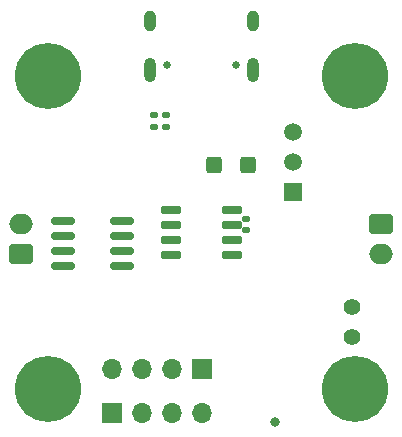
<source format=gbr>
%TF.GenerationSoftware,KiCad,Pcbnew,8.0.2*%
%TF.CreationDate,2024-07-19T14:35:34-04:00*%
%TF.ProjectId,StepperMotorDriver,53746570-7065-4724-9d6f-746f72447269,rev?*%
%TF.SameCoordinates,Original*%
%TF.FileFunction,Soldermask,Bot*%
%TF.FilePolarity,Negative*%
%FSLAX46Y46*%
G04 Gerber Fmt 4.6, Leading zero omitted, Abs format (unit mm)*
G04 Created by KiCad (PCBNEW 8.0.2) date 2024-07-19 14:35:34*
%MOMM*%
%LPD*%
G01*
G04 APERTURE LIST*
G04 Aperture macros list*
%AMRoundRect*
0 Rectangle with rounded corners*
0 $1 Rounding radius*
0 $2 $3 $4 $5 $6 $7 $8 $9 X,Y pos of 4 corners*
0 Add a 4 corners polygon primitive as box body*
4,1,4,$2,$3,$4,$5,$6,$7,$8,$9,$2,$3,0*
0 Add four circle primitives for the rounded corners*
1,1,$1+$1,$2,$3*
1,1,$1+$1,$4,$5*
1,1,$1+$1,$6,$7*
1,1,$1+$1,$8,$9*
0 Add four rect primitives between the rounded corners*
20,1,$1+$1,$2,$3,$4,$5,0*
20,1,$1+$1,$4,$5,$6,$7,0*
20,1,$1+$1,$6,$7,$8,$9,0*
20,1,$1+$1,$8,$9,$2,$3,0*%
G04 Aperture macros list end*
%ADD10C,1.400000*%
%ADD11RoundRect,0.250000X-0.750000X0.600000X-0.750000X-0.600000X0.750000X-0.600000X0.750000X0.600000X0*%
%ADD12O,2.000000X1.700000*%
%ADD13C,5.600000*%
%ADD14C,0.800000*%
%ADD15RoundRect,0.250000X0.750000X-0.600000X0.750000X0.600000X-0.750000X0.600000X-0.750000X-0.600000X0*%
%ADD16R,1.500000X1.500000*%
%ADD17C,1.500000*%
%ADD18R,1.700000X1.700000*%
%ADD19O,1.700000X1.700000*%
%ADD20C,0.650000*%
%ADD21O,1.000000X2.100000*%
%ADD22O,1.000000X1.800000*%
%ADD23RoundRect,0.250000X0.400000X0.450000X-0.400000X0.450000X-0.400000X-0.450000X0.400000X-0.450000X0*%
%ADD24RoundRect,0.140000X-0.170000X0.140000X-0.170000X-0.140000X0.170000X-0.140000X0.170000X0.140000X0*%
%ADD25RoundRect,0.150000X0.825000X0.150000X-0.825000X0.150000X-0.825000X-0.150000X0.825000X-0.150000X0*%
%ADD26RoundRect,0.135000X0.185000X-0.135000X0.185000X0.135000X-0.185000X0.135000X-0.185000X-0.135000X0*%
%ADD27RoundRect,0.150000X0.725000X0.150000X-0.725000X0.150000X-0.725000X-0.150000X0.725000X-0.150000X0*%
G04 APERTURE END LIST*
D10*
%TO.C,JP1*%
X146750000Y-110000000D03*
X146750000Y-112540000D03*
%TD*%
D11*
%TO.C,J7*%
X149217500Y-103000000D03*
D12*
X149217500Y-105500000D03*
%TD*%
D13*
%TO.C,H3*%
X121000000Y-90500000D03*
%TD*%
D14*
%TO.C,SW1*%
X140250000Y-119750000D03*
%TD*%
D13*
%TO.C,H4*%
X121000000Y-117000000D03*
%TD*%
%TO.C,H2*%
X147000000Y-117000000D03*
%TD*%
D15*
%TO.C,J1*%
X118750000Y-105500000D03*
D12*
X118750000Y-103000000D03*
%TD*%
D13*
%TO.C,H1*%
X147000000Y-90500000D03*
%TD*%
D16*
%TO.C,U5*%
X141750000Y-100290000D03*
D17*
X141750000Y-97750000D03*
X141750000Y-95210000D03*
%TD*%
D18*
%TO.C,J4*%
X126460000Y-119000000D03*
D19*
X129000000Y-119000000D03*
X131540000Y-119000000D03*
X134080000Y-119000000D03*
%TD*%
D20*
%TO.C,J5*%
X136890000Y-89500000D03*
X131110000Y-89500000D03*
D21*
X138320000Y-90000000D03*
D22*
X138320000Y-85820000D03*
D21*
X129680000Y-90000000D03*
D22*
X129680000Y-85820000D03*
%TD*%
D18*
%TO.C,J6*%
X134040000Y-115250000D03*
D19*
X131500000Y-115250000D03*
X128960000Y-115250000D03*
X126420000Y-115250000D03*
%TD*%
D23*
%TO.C,D1*%
X137950000Y-98000000D03*
X135050000Y-98000000D03*
%TD*%
D24*
%TO.C,C1*%
X137750000Y-102540000D03*
X137750000Y-103500000D03*
%TD*%
D25*
%TO.C,U2*%
X127250000Y-102750000D03*
X127250000Y-104020000D03*
X127250000Y-105290000D03*
X127250000Y-106560000D03*
X122300000Y-106560000D03*
X122300000Y-105290000D03*
X122300000Y-104020000D03*
X122300000Y-102750000D03*
%TD*%
D26*
%TO.C,R2*%
X131000000Y-94780000D03*
X131000000Y-93760000D03*
%TD*%
%TO.C,R3*%
X130000000Y-94770000D03*
X130000000Y-93750000D03*
%TD*%
D27*
%TO.C,U6*%
X136575000Y-101845000D03*
X136575000Y-103115000D03*
X136575000Y-104385000D03*
X136575000Y-105655000D03*
X131425000Y-105655000D03*
X131425000Y-104385000D03*
X131425000Y-103115000D03*
X131425000Y-101845000D03*
%TD*%
M02*

</source>
